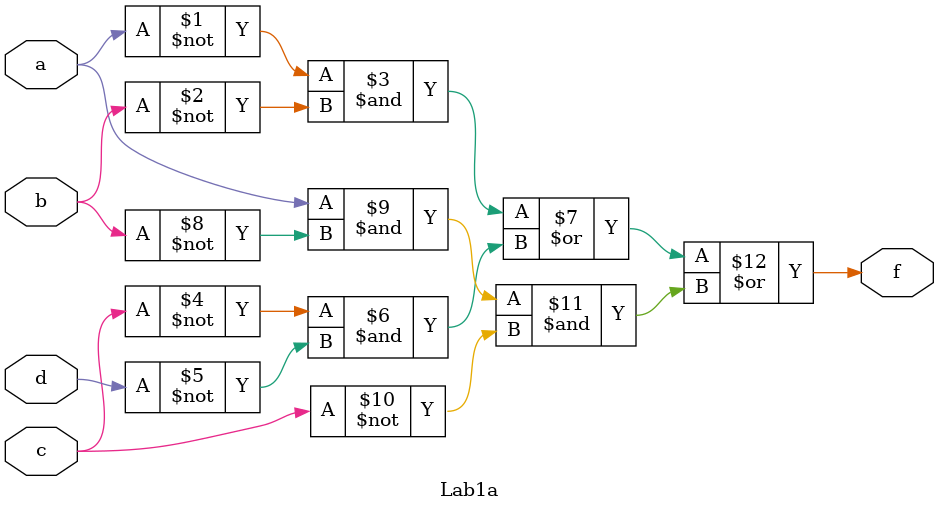
<source format=v>
module Lab1a(a,b,c,d,f);
	input a, b, c, d;
	output f;
	assign f = (~a&~b)|(~c&~d)|(a&~b&~c);
endmodule

</source>
